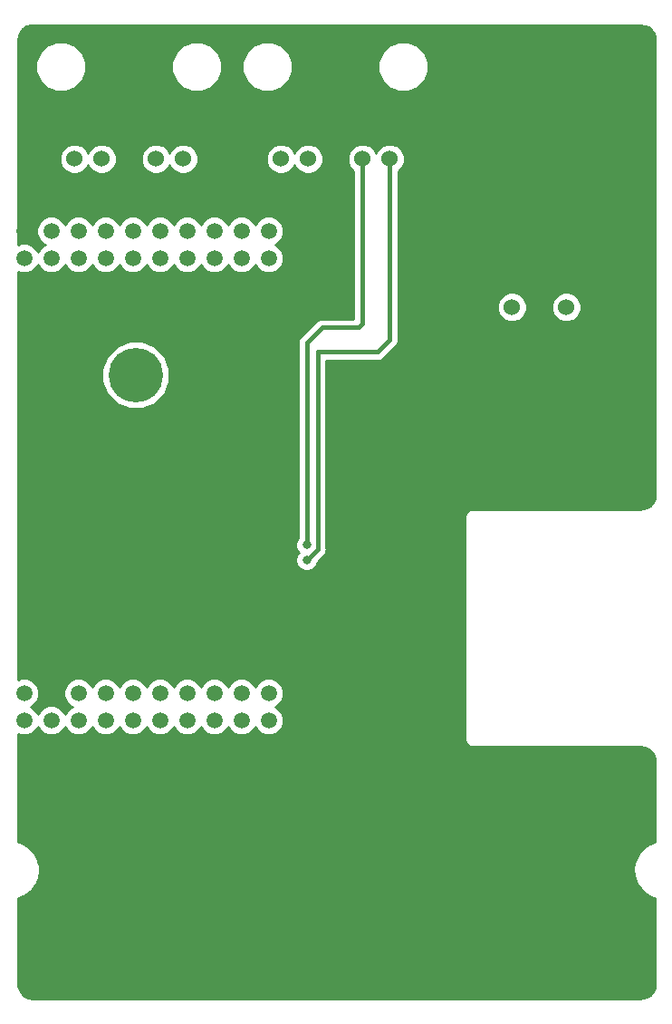
<source format=gbr>
G04 #@! TF.GenerationSoftware,KiCad,Pcbnew,(5.0.0)*
G04 #@! TF.CreationDate,2018-10-03T22:15:18-05:00*
G04 #@! TF.ProjectId,DriveBoard_Hardware,4472697665426F6172645F4861726477,rev?*
G04 #@! TF.SameCoordinates,Original*
G04 #@! TF.FileFunction,Copper,L2,Bot,Signal*
G04 #@! TF.FilePolarity,Positive*
%FSLAX46Y46*%
G04 Gerber Fmt 4.6, Leading zero omitted, Abs format (unit mm)*
G04 Created by KiCad (PCBNEW (5.0.0)) date 10/03/18 22:15:18*
%MOMM*%
%LPD*%
G01*
G04 APERTURE LIST*
G04 #@! TA.AperFunction,ComponentPad*
%ADD10C,5.080000*%
G04 #@! TD*
G04 #@! TA.AperFunction,ComponentPad*
%ADD11C,1.524000*%
G04 #@! TD*
G04 #@! TA.AperFunction,ComponentPad*
%ADD12C,1.520000*%
G04 #@! TD*
G04 #@! TA.AperFunction,ViaPad*
%ADD13C,0.800000*%
G04 #@! TD*
G04 #@! TA.AperFunction,Conductor*
%ADD14C,0.381000*%
G04 #@! TD*
G04 #@! TA.AperFunction,Conductor*
%ADD15C,0.254000*%
G04 #@! TD*
G04 APERTURE END LIST*
D10*
G04 #@! TO.P,Conn1,1*
G04 #@! TO.N,GND*
X84353400Y-93727000D03*
G04 #@! TO.P,Conn1,2*
G04 #@! TO.N,/+12V*
X84353400Y-85726000D03*
G04 #@! TD*
D11*
G04 #@! TO.P,Conn2,1*
G04 #@! TO.N,Net-(Conn2-Pad1)*
X78613000Y-65532000D03*
G04 #@! TO.P,Conn2,2*
G04 #@! TO.N,Net-(Conn2-Pad2)*
X81153000Y-65532000D03*
G04 #@! TO.P,Conn2,3*
G04 #@! TO.N,GND*
X83693000Y-65532000D03*
G04 #@! TO.P,Conn2,4*
G04 #@! TO.N,TX_1_SL*
X86233000Y-65532000D03*
G04 #@! TO.P,Conn2,5*
G04 #@! TO.N,RX_1_SL*
X88773000Y-65532000D03*
G04 #@! TD*
G04 #@! TO.P,Conn3,5*
G04 #@! TO.N,RX_2_SL*
X108077000Y-65532000D03*
G04 #@! TO.P,Conn3,4*
G04 #@! TO.N,TX_2_SL*
X105537000Y-65532000D03*
G04 #@! TO.P,Conn3,3*
G04 #@! TO.N,GND*
X102997000Y-65532000D03*
G04 #@! TO.P,Conn3,2*
G04 #@! TO.N,Net-(Conn3-Pad2)*
X100457000Y-65532000D03*
G04 #@! TO.P,Conn3,1*
G04 #@! TO.N,Net-(Conn3-Pad1)*
X97917000Y-65532000D03*
G04 #@! TD*
D12*
G04 #@! TO.P,U1,+3V3*
G04 #@! TO.N,Net-(U1-Pad+3V3)*
X73914000Y-117983000D03*
G04 #@! TO.P,U1,PM6*
G04 #@! TO.N,Net-(U1-PadPM6)*
X96774000Y-72263000D03*
G04 #@! TO.P,U1,PQ1*
G04 #@! TO.N,Net-(U1-PadPQ1)*
X94234000Y-72263000D03*
G04 #@! TO.P,U1,PQ2*
G04 #@! TO.N,Net-(U1-PadPQ2)*
X86614000Y-72263000D03*
G04 #@! TO.P,U1,PK0*
G04 #@! TO.N,RX_2_IC*
X84074000Y-115443000D03*
G04 #@! TO.P,U1,PQ3*
G04 #@! TO.N,Net-(U1-PadPQ3)*
X89154000Y-72263000D03*
G04 #@! TO.P,U1,PP3*
G04 #@! TO.N,Net-(U1-PadPP3)*
X91694000Y-72263000D03*
G04 #@! TO.P,U1,PQ0*
G04 #@! TO.N,Net-(U1-PadPQ0)*
X89154000Y-117983000D03*
G04 #@! TO.P,U1,PA4*
G04 #@! TO.N,Net-(U1-PadPA4)*
X94234000Y-115443000D03*
G04 #@! TO.P,U1,Rese*
G04 #@! TO.N,Net-(U1-PadRese)*
X84074000Y-72263000D03*
G04 #@! TO.P,U1,PA7*
G04 #@! TO.N,Net-(U1-PadPA7)*
X81534000Y-72263000D03*
G04 #@! TO.P,U1,PN5*
G04 #@! TO.N,Net-(U1-PadPN5)*
X94234000Y-117983000D03*
G04 #@! TO.P,U1,PK2*
G04 #@! TO.N,Net-(U1-PadPK2)*
X89154000Y-115443000D03*
G04 #@! TO.P,U1,PK1*
G04 #@! TO.N,TX_2_IC*
X86614000Y-115443000D03*
G04 #@! TO.P,U1,+5V*
G04 #@! TO.N,+5V*
X73914000Y-115443000D03*
G04 #@! TO.P,U1,GND*
G04 #@! TO.N,GND*
X76454000Y-115443000D03*
G04 #@! TO.P,U1,PB4*
G04 #@! TO.N,Net-(U1-PadPB4)*
X78994000Y-115443000D03*
G04 #@! TO.P,U1,PB5*
G04 #@! TO.N,Net-(U1-PadPB5)*
X81534000Y-115443000D03*
G04 #@! TO.P,U1,PK3*
G04 #@! TO.N,Net-(U1-PadPK3)*
X91694000Y-115443000D03*
G04 #@! TO.P,U1,PA5*
G04 #@! TO.N,Net-(U1-PadPA5)*
X96774000Y-115443000D03*
G04 #@! TO.P,U1,PD2*
G04 #@! TO.N,Net-(U1-PadPD2)*
X76454000Y-117983000D03*
G04 #@! TO.P,U1,PP0*
G04 #@! TO.N,RX_1_IC*
X78994000Y-117983000D03*
G04 #@! TO.P,U1,PP1*
G04 #@! TO.N,TX_1_IC*
X81534000Y-117983000D03*
G04 #@! TO.P,U1,PD4*
G04 #@! TO.N,Net-(U1-PadPD4)*
X84074000Y-117983000D03*
G04 #@! TO.P,U1,PD5*
G04 #@! TO.N,Net-(U1-PadPD5)*
X86614000Y-117983000D03*
G04 #@! TO.P,U1,PP4*
G04 #@! TO.N,Net-(U1-PadPP4)*
X91694000Y-117983000D03*
G04 #@! TO.P,U1,PN4*
G04 #@! TO.N,Net-(U1-PadPN4)*
X96774000Y-117983000D03*
G04 #@! TO.P,U1,PG1*
G04 #@! TO.N,Net-(U1-PadPG1)*
X73914000Y-74803000D03*
G04 #@! TO.P,U1,PK4*
G04 #@! TO.N,Net-(U1-PadPK4)*
X76454000Y-74803000D03*
G04 #@! TO.P,U1,PK5*
G04 #@! TO.N,Net-(U1-PadPK5)*
X78994000Y-74803000D03*
G04 #@! TO.P,U1,PM0*
G04 #@! TO.N,Net-(U1-PadPM0)*
X81534000Y-74803000D03*
G04 #@! TO.P,U1,PM1*
G04 #@! TO.N,Net-(U1-PadPM1)*
X84074000Y-74803000D03*
G04 #@! TO.P,U1,PM2*
G04 #@! TO.N,Net-(U1-PadPM2)*
X86614000Y-74803000D03*
G04 #@! TO.P,U1,PH0*
G04 #@! TO.N,Net-(U1-PadPH0)*
X89154000Y-74803000D03*
G04 #@! TO.P,U1,PH1*
G04 #@! TO.N,Net-(U1-PadPH1)*
X91694000Y-74803000D03*
G04 #@! TO.P,U1,PK6*
G04 #@! TO.N,Net-(U1-PadPK6)*
X94234000Y-74803000D03*
G04 #@! TO.P,U1,PK7*
G04 #@! TO.N,Net-(U1-PadPK7)*
X96774000Y-74803000D03*
G04 #@! TO.P,U1,GND*
G04 #@! TO.N,GND*
X73914000Y-72263000D03*
G04 #@! TO.P,U1,PM7*
G04 #@! TO.N,Net-(U1-PadPM7)*
X76454000Y-72263000D03*
G04 #@! TO.P,U1,PP5*
G04 #@! TO.N,Net-(U1-PadPP5)*
X78994000Y-72263000D03*
G04 #@! TD*
D11*
G04 #@! TO.P,U3,1*
G04 #@! TO.N,/+12V*
X119507000Y-79375000D03*
G04 #@! TO.P,U3,2*
G04 #@! TO.N,GND*
X122047000Y-79375000D03*
G04 #@! TO.P,U3,3*
G04 #@! TO.N,+5V*
X124587000Y-79375000D03*
G04 #@! TD*
D13*
G04 #@! TO.N,GND*
X109670315Y-94742000D03*
X98806000Y-104140000D03*
X98806000Y-92075000D03*
G04 #@! TO.N,RX_2_SL*
X100330000Y-102997000D03*
G04 #@! TO.N,TX_2_SL*
X100330000Y-101600000D03*
G04 #@! TD*
D14*
G04 #@! TO.N,RX_2_SL*
X108077000Y-65532000D02*
X108077000Y-82423000D01*
X106934000Y-83566000D02*
X101346000Y-83566000D01*
X108077000Y-82423000D02*
X106934000Y-83566000D01*
X101346000Y-101981000D02*
X100330000Y-102997000D01*
X101346000Y-83566000D02*
X101346000Y-101981000D01*
G04 #@! TO.N,TX_2_SL*
X105537000Y-80899000D02*
X105156000Y-81280000D01*
X105537000Y-65532000D02*
X105537000Y-80899000D01*
X105156000Y-81280000D02*
X101759959Y-81280000D01*
X100330000Y-82709959D02*
X100330000Y-101600000D01*
X101759959Y-81280000D02*
X100330000Y-82709959D01*
G04 #@! TD*
D15*
G04 #@! TO.N,GND*
G36*
X131941009Y-53094090D02*
X132280352Y-53248381D01*
X132562752Y-53491712D01*
X132765506Y-53804523D01*
X132879348Y-54185184D01*
X132894000Y-54382350D01*
X132894001Y-96850412D01*
X132833910Y-97270009D01*
X132679619Y-97609352D01*
X132436288Y-97891752D01*
X132123479Y-98094506D01*
X131742815Y-98208348D01*
X131545649Y-98223000D01*
X115893925Y-98223000D01*
X115824000Y-98209091D01*
X115754074Y-98223000D01*
X115546972Y-98264195D01*
X115312119Y-98421119D01*
X115155195Y-98655972D01*
X115100091Y-98933000D01*
X115114000Y-99002926D01*
X115114001Y-119691069D01*
X115100091Y-119761000D01*
X115155195Y-120038028D01*
X115312119Y-120272881D01*
X115546972Y-120429805D01*
X115754074Y-120471000D01*
X115754075Y-120471000D01*
X115824000Y-120484909D01*
X115893926Y-120471000D01*
X131521419Y-120471000D01*
X131941009Y-120531090D01*
X132280352Y-120685381D01*
X132562752Y-120928712D01*
X132765506Y-121241523D01*
X132879348Y-121622184D01*
X132894001Y-121819363D01*
X132894000Y-129324760D01*
X132548241Y-129428164D01*
X132460769Y-129468582D01*
X132372806Y-129507929D01*
X132365502Y-129512601D01*
X132365498Y-129512603D01*
X132365499Y-129512603D01*
X131882040Y-129825966D01*
X131809447Y-129889293D01*
X131736045Y-129951763D01*
X131730343Y-129958300D01*
X131354266Y-130394759D01*
X131302347Y-130475942D01*
X131249446Y-130556475D01*
X131245808Y-130564350D01*
X131007347Y-131088817D01*
X130980300Y-131181309D01*
X130952129Y-131273452D01*
X130950847Y-131282031D01*
X130869171Y-131852346D01*
X130869171Y-131924766D01*
X130863362Y-131996963D01*
X130863952Y-132005618D01*
X130886272Y-132305966D01*
X130901826Y-132376711D01*
X130911654Y-132448455D01*
X130914088Y-132456781D01*
X131079164Y-133008758D01*
X131119591Y-133096250D01*
X131158930Y-133184194D01*
X131163603Y-133191501D01*
X131476966Y-133674961D01*
X131540328Y-133747594D01*
X131602763Y-133820955D01*
X131609296Y-133826654D01*
X131609300Y-133826658D01*
X131609305Y-133826661D01*
X132045759Y-134202734D01*
X132126942Y-134254653D01*
X132207475Y-134307554D01*
X132215346Y-134311190D01*
X132215349Y-134311192D01*
X132215352Y-134311193D01*
X132739817Y-134549653D01*
X132832309Y-134576700D01*
X132894001Y-134595561D01*
X132894000Y-142570418D01*
X132833910Y-142990009D01*
X132679619Y-143329352D01*
X132436288Y-143611752D01*
X132123479Y-143814506D01*
X131742815Y-143928348D01*
X131545649Y-143943000D01*
X74726581Y-143943000D01*
X74306991Y-143882910D01*
X73967648Y-143728619D01*
X73685248Y-143485288D01*
X73482494Y-143172479D01*
X73368652Y-142791815D01*
X73354000Y-142594649D01*
X73354000Y-134581239D01*
X73699758Y-134477836D01*
X73787250Y-134437409D01*
X73875194Y-134398070D01*
X73882498Y-134393399D01*
X73882502Y-134393397D01*
X74365961Y-134080034D01*
X74438594Y-134016672D01*
X74511955Y-133954237D01*
X74517654Y-133947704D01*
X74517658Y-133947700D01*
X74517661Y-133947695D01*
X74893734Y-133511241D01*
X74945653Y-133430058D01*
X74998554Y-133349525D01*
X75002192Y-133341650D01*
X75240653Y-132817183D01*
X75267700Y-132724691D01*
X75295871Y-132632548D01*
X75297153Y-132623969D01*
X75378829Y-132053653D01*
X75378829Y-131981233D01*
X75384638Y-131909036D01*
X75384048Y-131900382D01*
X75361728Y-131600033D01*
X75346174Y-131529288D01*
X75336346Y-131457544D01*
X75333912Y-131449219D01*
X75168836Y-130897241D01*
X75128418Y-130809769D01*
X75089071Y-130721806D01*
X75084397Y-130714499D01*
X74771034Y-130231040D01*
X74707707Y-130158447D01*
X74645237Y-130085045D01*
X74638700Y-130079343D01*
X74202241Y-129703266D01*
X74121058Y-129651347D01*
X74040525Y-129598446D01*
X74032654Y-129594810D01*
X74032651Y-129594808D01*
X74032648Y-129594807D01*
X73508183Y-129356347D01*
X73415691Y-129329300D01*
X73354000Y-129310439D01*
X73354000Y-119260978D01*
X73636517Y-119378000D01*
X74191483Y-119378000D01*
X74704204Y-119165624D01*
X75096624Y-118773204D01*
X75184000Y-118562260D01*
X75271376Y-118773204D01*
X75663796Y-119165624D01*
X76176517Y-119378000D01*
X76731483Y-119378000D01*
X77244204Y-119165624D01*
X77636624Y-118773204D01*
X77724000Y-118562260D01*
X77811376Y-118773204D01*
X78203796Y-119165624D01*
X78716517Y-119378000D01*
X79271483Y-119378000D01*
X79784204Y-119165624D01*
X80176624Y-118773204D01*
X80264000Y-118562260D01*
X80351376Y-118773204D01*
X80743796Y-119165624D01*
X81256517Y-119378000D01*
X81811483Y-119378000D01*
X82324204Y-119165624D01*
X82716624Y-118773204D01*
X82804000Y-118562260D01*
X82891376Y-118773204D01*
X83283796Y-119165624D01*
X83796517Y-119378000D01*
X84351483Y-119378000D01*
X84864204Y-119165624D01*
X85256624Y-118773204D01*
X85344000Y-118562260D01*
X85431376Y-118773204D01*
X85823796Y-119165624D01*
X86336517Y-119378000D01*
X86891483Y-119378000D01*
X87404204Y-119165624D01*
X87796624Y-118773204D01*
X87884000Y-118562260D01*
X87971376Y-118773204D01*
X88363796Y-119165624D01*
X88876517Y-119378000D01*
X89431483Y-119378000D01*
X89944204Y-119165624D01*
X90336624Y-118773204D01*
X90424000Y-118562260D01*
X90511376Y-118773204D01*
X90903796Y-119165624D01*
X91416517Y-119378000D01*
X91971483Y-119378000D01*
X92484204Y-119165624D01*
X92876624Y-118773204D01*
X92964000Y-118562260D01*
X93051376Y-118773204D01*
X93443796Y-119165624D01*
X93956517Y-119378000D01*
X94511483Y-119378000D01*
X95024204Y-119165624D01*
X95416624Y-118773204D01*
X95504000Y-118562260D01*
X95591376Y-118773204D01*
X95983796Y-119165624D01*
X96496517Y-119378000D01*
X97051483Y-119378000D01*
X97564204Y-119165624D01*
X97956624Y-118773204D01*
X98169000Y-118260483D01*
X98169000Y-117705517D01*
X97956624Y-117192796D01*
X97564204Y-116800376D01*
X97353260Y-116713000D01*
X97564204Y-116625624D01*
X97956624Y-116233204D01*
X98169000Y-115720483D01*
X98169000Y-115165517D01*
X97956624Y-114652796D01*
X97564204Y-114260376D01*
X97051483Y-114048000D01*
X96496517Y-114048000D01*
X95983796Y-114260376D01*
X95591376Y-114652796D01*
X95504000Y-114863740D01*
X95416624Y-114652796D01*
X95024204Y-114260376D01*
X94511483Y-114048000D01*
X93956517Y-114048000D01*
X93443796Y-114260376D01*
X93051376Y-114652796D01*
X92964000Y-114863740D01*
X92876624Y-114652796D01*
X92484204Y-114260376D01*
X91971483Y-114048000D01*
X91416517Y-114048000D01*
X90903796Y-114260376D01*
X90511376Y-114652796D01*
X90424000Y-114863740D01*
X90336624Y-114652796D01*
X89944204Y-114260376D01*
X89431483Y-114048000D01*
X88876517Y-114048000D01*
X88363796Y-114260376D01*
X87971376Y-114652796D01*
X87884000Y-114863740D01*
X87796624Y-114652796D01*
X87404204Y-114260376D01*
X86891483Y-114048000D01*
X86336517Y-114048000D01*
X85823796Y-114260376D01*
X85431376Y-114652796D01*
X85344000Y-114863740D01*
X85256624Y-114652796D01*
X84864204Y-114260376D01*
X84351483Y-114048000D01*
X83796517Y-114048000D01*
X83283796Y-114260376D01*
X82891376Y-114652796D01*
X82804000Y-114863740D01*
X82716624Y-114652796D01*
X82324204Y-114260376D01*
X81811483Y-114048000D01*
X81256517Y-114048000D01*
X80743796Y-114260376D01*
X80351376Y-114652796D01*
X80264000Y-114863740D01*
X80176624Y-114652796D01*
X79784204Y-114260376D01*
X79271483Y-114048000D01*
X78716517Y-114048000D01*
X78203796Y-114260376D01*
X77811376Y-114652796D01*
X77599000Y-115165517D01*
X77599000Y-115720483D01*
X77811376Y-116233204D01*
X78203796Y-116625624D01*
X78414740Y-116713000D01*
X78203796Y-116800376D01*
X77811376Y-117192796D01*
X77724000Y-117403740D01*
X77636624Y-117192796D01*
X77244204Y-116800376D01*
X76731483Y-116588000D01*
X76176517Y-116588000D01*
X75663796Y-116800376D01*
X75271376Y-117192796D01*
X75184000Y-117403740D01*
X75096624Y-117192796D01*
X74704204Y-116800376D01*
X74493260Y-116713000D01*
X74704204Y-116625624D01*
X75096624Y-116233204D01*
X75309000Y-115720483D01*
X75309000Y-115165517D01*
X75096624Y-114652796D01*
X74704204Y-114260376D01*
X74191483Y-114048000D01*
X73636517Y-114048000D01*
X73354000Y-114165022D01*
X73354000Y-101394126D01*
X99295000Y-101394126D01*
X99295000Y-101805874D01*
X99452569Y-102186280D01*
X99564789Y-102298500D01*
X99452569Y-102410720D01*
X99295000Y-102791126D01*
X99295000Y-103202874D01*
X99452569Y-103583280D01*
X99743720Y-103874431D01*
X100124126Y-104032000D01*
X100535874Y-104032000D01*
X100916280Y-103874431D01*
X101207431Y-103583280D01*
X101365000Y-103202874D01*
X101365000Y-103129432D01*
X101872226Y-102622207D01*
X101941152Y-102576152D01*
X102123604Y-102303094D01*
X102171500Y-102062303D01*
X102171500Y-102062302D01*
X102187672Y-101981000D01*
X102171500Y-101899699D01*
X102171500Y-84391500D01*
X106852699Y-84391500D01*
X106934000Y-84407672D01*
X107015301Y-84391500D01*
X107015303Y-84391500D01*
X107256094Y-84343604D01*
X107529152Y-84161152D01*
X107575209Y-84092223D01*
X108603226Y-83064207D01*
X108672152Y-83018152D01*
X108854604Y-82745094D01*
X108902500Y-82504303D01*
X108902500Y-82504299D01*
X108918671Y-82423001D01*
X108902500Y-82341703D01*
X108902500Y-79097119D01*
X118110000Y-79097119D01*
X118110000Y-79652881D01*
X118322680Y-80166337D01*
X118715663Y-80559320D01*
X119229119Y-80772000D01*
X119784881Y-80772000D01*
X120298337Y-80559320D01*
X120691320Y-80166337D01*
X120904000Y-79652881D01*
X120904000Y-79097119D01*
X123190000Y-79097119D01*
X123190000Y-79652881D01*
X123402680Y-80166337D01*
X123795663Y-80559320D01*
X124309119Y-80772000D01*
X124864881Y-80772000D01*
X125378337Y-80559320D01*
X125771320Y-80166337D01*
X125984000Y-79652881D01*
X125984000Y-79097119D01*
X125771320Y-78583663D01*
X125378337Y-78190680D01*
X124864881Y-77978000D01*
X124309119Y-77978000D01*
X123795663Y-78190680D01*
X123402680Y-78583663D01*
X123190000Y-79097119D01*
X120904000Y-79097119D01*
X120691320Y-78583663D01*
X120298337Y-78190680D01*
X119784881Y-77978000D01*
X119229119Y-77978000D01*
X118715663Y-78190680D01*
X118322680Y-78583663D01*
X118110000Y-79097119D01*
X108902500Y-79097119D01*
X108902500Y-66682157D01*
X109261320Y-66323337D01*
X109474000Y-65809881D01*
X109474000Y-65254119D01*
X109261320Y-64740663D01*
X108868337Y-64347680D01*
X108354881Y-64135000D01*
X107799119Y-64135000D01*
X107285663Y-64347680D01*
X106892680Y-64740663D01*
X106807000Y-64947513D01*
X106721320Y-64740663D01*
X106328337Y-64347680D01*
X105814881Y-64135000D01*
X105259119Y-64135000D01*
X104745663Y-64347680D01*
X104352680Y-64740663D01*
X104140000Y-65254119D01*
X104140000Y-65809881D01*
X104352680Y-66323337D01*
X104711500Y-66682157D01*
X104711501Y-80454500D01*
X101841256Y-80454500D01*
X101759958Y-80438329D01*
X101678660Y-80454500D01*
X101678656Y-80454500D01*
X101437865Y-80502396D01*
X101336290Y-80570267D01*
X101233731Y-80638794D01*
X101233730Y-80638795D01*
X101164807Y-80684848D01*
X101118754Y-80753771D01*
X99803777Y-82068750D01*
X99734848Y-82114807D01*
X99552396Y-82387866D01*
X99519947Y-82551000D01*
X99488328Y-82709959D01*
X99504500Y-82791261D01*
X99504501Y-100961788D01*
X99452569Y-101013720D01*
X99295000Y-101394126D01*
X73354000Y-101394126D01*
X73354000Y-85094453D01*
X81178400Y-85094453D01*
X81178400Y-86357547D01*
X81661765Y-87524493D01*
X82554907Y-88417635D01*
X83721853Y-88901000D01*
X84984947Y-88901000D01*
X86151893Y-88417635D01*
X87045035Y-87524493D01*
X87528400Y-86357547D01*
X87528400Y-85094453D01*
X87045035Y-83927507D01*
X86151893Y-83034365D01*
X84984947Y-82551000D01*
X83721853Y-82551000D01*
X82554907Y-83034365D01*
X81661765Y-83927507D01*
X81178400Y-85094453D01*
X73354000Y-85094453D01*
X73354000Y-76080978D01*
X73636517Y-76198000D01*
X74191483Y-76198000D01*
X74704204Y-75985624D01*
X75096624Y-75593204D01*
X75184000Y-75382260D01*
X75271376Y-75593204D01*
X75663796Y-75985624D01*
X76176517Y-76198000D01*
X76731483Y-76198000D01*
X77244204Y-75985624D01*
X77636624Y-75593204D01*
X77724000Y-75382260D01*
X77811376Y-75593204D01*
X78203796Y-75985624D01*
X78716517Y-76198000D01*
X79271483Y-76198000D01*
X79784204Y-75985624D01*
X80176624Y-75593204D01*
X80264000Y-75382260D01*
X80351376Y-75593204D01*
X80743796Y-75985624D01*
X81256517Y-76198000D01*
X81811483Y-76198000D01*
X82324204Y-75985624D01*
X82716624Y-75593204D01*
X82804000Y-75382260D01*
X82891376Y-75593204D01*
X83283796Y-75985624D01*
X83796517Y-76198000D01*
X84351483Y-76198000D01*
X84864204Y-75985624D01*
X85256624Y-75593204D01*
X85344000Y-75382260D01*
X85431376Y-75593204D01*
X85823796Y-75985624D01*
X86336517Y-76198000D01*
X86891483Y-76198000D01*
X87404204Y-75985624D01*
X87796624Y-75593204D01*
X87884000Y-75382260D01*
X87971376Y-75593204D01*
X88363796Y-75985624D01*
X88876517Y-76198000D01*
X89431483Y-76198000D01*
X89944204Y-75985624D01*
X90336624Y-75593204D01*
X90424000Y-75382260D01*
X90511376Y-75593204D01*
X90903796Y-75985624D01*
X91416517Y-76198000D01*
X91971483Y-76198000D01*
X92484204Y-75985624D01*
X92876624Y-75593204D01*
X92964000Y-75382260D01*
X93051376Y-75593204D01*
X93443796Y-75985624D01*
X93956517Y-76198000D01*
X94511483Y-76198000D01*
X95024204Y-75985624D01*
X95416624Y-75593204D01*
X95504000Y-75382260D01*
X95591376Y-75593204D01*
X95983796Y-75985624D01*
X96496517Y-76198000D01*
X97051483Y-76198000D01*
X97564204Y-75985624D01*
X97956624Y-75593204D01*
X98169000Y-75080483D01*
X98169000Y-74525517D01*
X97956624Y-74012796D01*
X97564204Y-73620376D01*
X97353260Y-73533000D01*
X97564204Y-73445624D01*
X97956624Y-73053204D01*
X98169000Y-72540483D01*
X98169000Y-71985517D01*
X97956624Y-71472796D01*
X97564204Y-71080376D01*
X97051483Y-70868000D01*
X96496517Y-70868000D01*
X95983796Y-71080376D01*
X95591376Y-71472796D01*
X95504000Y-71683740D01*
X95416624Y-71472796D01*
X95024204Y-71080376D01*
X94511483Y-70868000D01*
X93956517Y-70868000D01*
X93443796Y-71080376D01*
X93051376Y-71472796D01*
X92964000Y-71683740D01*
X92876624Y-71472796D01*
X92484204Y-71080376D01*
X91971483Y-70868000D01*
X91416517Y-70868000D01*
X90903796Y-71080376D01*
X90511376Y-71472796D01*
X90424000Y-71683740D01*
X90336624Y-71472796D01*
X89944204Y-71080376D01*
X89431483Y-70868000D01*
X88876517Y-70868000D01*
X88363796Y-71080376D01*
X87971376Y-71472796D01*
X87884000Y-71683740D01*
X87796624Y-71472796D01*
X87404204Y-71080376D01*
X86891483Y-70868000D01*
X86336517Y-70868000D01*
X85823796Y-71080376D01*
X85431376Y-71472796D01*
X85344000Y-71683740D01*
X85256624Y-71472796D01*
X84864204Y-71080376D01*
X84351483Y-70868000D01*
X83796517Y-70868000D01*
X83283796Y-71080376D01*
X82891376Y-71472796D01*
X82804000Y-71683740D01*
X82716624Y-71472796D01*
X82324204Y-71080376D01*
X81811483Y-70868000D01*
X81256517Y-70868000D01*
X80743796Y-71080376D01*
X80351376Y-71472796D01*
X80264000Y-71683740D01*
X80176624Y-71472796D01*
X79784204Y-71080376D01*
X79271483Y-70868000D01*
X78716517Y-70868000D01*
X78203796Y-71080376D01*
X77811376Y-71472796D01*
X77724000Y-71683740D01*
X77636624Y-71472796D01*
X77244204Y-71080376D01*
X76731483Y-70868000D01*
X76176517Y-70868000D01*
X75663796Y-71080376D01*
X75271376Y-71472796D01*
X75059000Y-71985517D01*
X75059000Y-72540483D01*
X75271376Y-73053204D01*
X75663796Y-73445624D01*
X75874740Y-73533000D01*
X75663796Y-73620376D01*
X75271376Y-74012796D01*
X75184000Y-74223740D01*
X75096624Y-74012796D01*
X74704204Y-73620376D01*
X74191483Y-73408000D01*
X73636517Y-73408000D01*
X73354000Y-73525022D01*
X73354000Y-65254119D01*
X77216000Y-65254119D01*
X77216000Y-65809881D01*
X77428680Y-66323337D01*
X77821663Y-66716320D01*
X78335119Y-66929000D01*
X78890881Y-66929000D01*
X79404337Y-66716320D01*
X79797320Y-66323337D01*
X79883000Y-66116487D01*
X79968680Y-66323337D01*
X80361663Y-66716320D01*
X80875119Y-66929000D01*
X81430881Y-66929000D01*
X81944337Y-66716320D01*
X82337320Y-66323337D01*
X82550000Y-65809881D01*
X82550000Y-65254119D01*
X84836000Y-65254119D01*
X84836000Y-65809881D01*
X85048680Y-66323337D01*
X85441663Y-66716320D01*
X85955119Y-66929000D01*
X86510881Y-66929000D01*
X87024337Y-66716320D01*
X87417320Y-66323337D01*
X87503000Y-66116487D01*
X87588680Y-66323337D01*
X87981663Y-66716320D01*
X88495119Y-66929000D01*
X89050881Y-66929000D01*
X89564337Y-66716320D01*
X89957320Y-66323337D01*
X90170000Y-65809881D01*
X90170000Y-65254119D01*
X96520000Y-65254119D01*
X96520000Y-65809881D01*
X96732680Y-66323337D01*
X97125663Y-66716320D01*
X97639119Y-66929000D01*
X98194881Y-66929000D01*
X98708337Y-66716320D01*
X99101320Y-66323337D01*
X99187000Y-66116487D01*
X99272680Y-66323337D01*
X99665663Y-66716320D01*
X100179119Y-66929000D01*
X100734881Y-66929000D01*
X101248337Y-66716320D01*
X101641320Y-66323337D01*
X101854000Y-65809881D01*
X101854000Y-65254119D01*
X101641320Y-64740663D01*
X101248337Y-64347680D01*
X100734881Y-64135000D01*
X100179119Y-64135000D01*
X99665663Y-64347680D01*
X99272680Y-64740663D01*
X99187000Y-64947513D01*
X99101320Y-64740663D01*
X98708337Y-64347680D01*
X98194881Y-64135000D01*
X97639119Y-64135000D01*
X97125663Y-64347680D01*
X96732680Y-64740663D01*
X96520000Y-65254119D01*
X90170000Y-65254119D01*
X89957320Y-64740663D01*
X89564337Y-64347680D01*
X89050881Y-64135000D01*
X88495119Y-64135000D01*
X87981663Y-64347680D01*
X87588680Y-64740663D01*
X87503000Y-64947513D01*
X87417320Y-64740663D01*
X87024337Y-64347680D01*
X86510881Y-64135000D01*
X85955119Y-64135000D01*
X85441663Y-64347680D01*
X85048680Y-64740663D01*
X84836000Y-65254119D01*
X82550000Y-65254119D01*
X82337320Y-64740663D01*
X81944337Y-64347680D01*
X81430881Y-64135000D01*
X80875119Y-64135000D01*
X80361663Y-64347680D01*
X79968680Y-64740663D01*
X79883000Y-64947513D01*
X79797320Y-64740663D01*
X79404337Y-64347680D01*
X78890881Y-64135000D01*
X78335119Y-64135000D01*
X77821663Y-64347680D01*
X77428680Y-64740663D01*
X77216000Y-65254119D01*
X73354000Y-65254119D01*
X73354000Y-56426567D01*
X74983000Y-56426567D01*
X74983000Y-57365433D01*
X75342289Y-58232833D01*
X76006167Y-58896711D01*
X76873567Y-59256000D01*
X77812433Y-59256000D01*
X78679833Y-58896711D01*
X79343711Y-58232833D01*
X79703000Y-57365433D01*
X79703000Y-56426567D01*
X87683000Y-56426567D01*
X87683000Y-57365433D01*
X88042289Y-58232833D01*
X88706167Y-58896711D01*
X89573567Y-59256000D01*
X90512433Y-59256000D01*
X91379833Y-58896711D01*
X92043711Y-58232833D01*
X92403000Y-57365433D01*
X92403000Y-56426567D01*
X94287000Y-56426567D01*
X94287000Y-57365433D01*
X94646289Y-58232833D01*
X95310167Y-58896711D01*
X96177567Y-59256000D01*
X97116433Y-59256000D01*
X97983833Y-58896711D01*
X98647711Y-58232833D01*
X99007000Y-57365433D01*
X99007000Y-56426567D01*
X106987000Y-56426567D01*
X106987000Y-57365433D01*
X107346289Y-58232833D01*
X108010167Y-58896711D01*
X108877567Y-59256000D01*
X109816433Y-59256000D01*
X110683833Y-58896711D01*
X111347711Y-58232833D01*
X111707000Y-57365433D01*
X111707000Y-56426567D01*
X111347711Y-55559167D01*
X110683833Y-54895289D01*
X109816433Y-54536000D01*
X108877567Y-54536000D01*
X108010167Y-54895289D01*
X107346289Y-55559167D01*
X106987000Y-56426567D01*
X99007000Y-56426567D01*
X98647711Y-55559167D01*
X97983833Y-54895289D01*
X97116433Y-54536000D01*
X96177567Y-54536000D01*
X95310167Y-54895289D01*
X94646289Y-55559167D01*
X94287000Y-56426567D01*
X92403000Y-56426567D01*
X92043711Y-55559167D01*
X91379833Y-54895289D01*
X90512433Y-54536000D01*
X89573567Y-54536000D01*
X88706167Y-54895289D01*
X88042289Y-55559167D01*
X87683000Y-56426567D01*
X79703000Y-56426567D01*
X79343711Y-55559167D01*
X78679833Y-54895289D01*
X77812433Y-54536000D01*
X76873567Y-54536000D01*
X76006167Y-54895289D01*
X75342289Y-55559167D01*
X74983000Y-56426567D01*
X73354000Y-56426567D01*
X73354000Y-54406581D01*
X73414090Y-53986991D01*
X73568381Y-53647648D01*
X73811712Y-53365248D01*
X74124523Y-53162494D01*
X74505184Y-53048652D01*
X74702350Y-53034000D01*
X131521419Y-53034000D01*
X131941009Y-53094090D01*
X131941009Y-53094090D01*
G37*
X131941009Y-53094090D02*
X132280352Y-53248381D01*
X132562752Y-53491712D01*
X132765506Y-53804523D01*
X132879348Y-54185184D01*
X132894000Y-54382350D01*
X132894001Y-96850412D01*
X132833910Y-97270009D01*
X132679619Y-97609352D01*
X132436288Y-97891752D01*
X132123479Y-98094506D01*
X131742815Y-98208348D01*
X131545649Y-98223000D01*
X115893925Y-98223000D01*
X115824000Y-98209091D01*
X115754074Y-98223000D01*
X115546972Y-98264195D01*
X115312119Y-98421119D01*
X115155195Y-98655972D01*
X115100091Y-98933000D01*
X115114000Y-99002926D01*
X115114001Y-119691069D01*
X115100091Y-119761000D01*
X115155195Y-120038028D01*
X115312119Y-120272881D01*
X115546972Y-120429805D01*
X115754074Y-120471000D01*
X115754075Y-120471000D01*
X115824000Y-120484909D01*
X115893926Y-120471000D01*
X131521419Y-120471000D01*
X131941009Y-120531090D01*
X132280352Y-120685381D01*
X132562752Y-120928712D01*
X132765506Y-121241523D01*
X132879348Y-121622184D01*
X132894001Y-121819363D01*
X132894000Y-129324760D01*
X132548241Y-129428164D01*
X132460769Y-129468582D01*
X132372806Y-129507929D01*
X132365502Y-129512601D01*
X132365498Y-129512603D01*
X132365499Y-129512603D01*
X131882040Y-129825966D01*
X131809447Y-129889293D01*
X131736045Y-129951763D01*
X131730343Y-129958300D01*
X131354266Y-130394759D01*
X131302347Y-130475942D01*
X131249446Y-130556475D01*
X131245808Y-130564350D01*
X131007347Y-131088817D01*
X130980300Y-131181309D01*
X130952129Y-131273452D01*
X130950847Y-131282031D01*
X130869171Y-131852346D01*
X130869171Y-131924766D01*
X130863362Y-131996963D01*
X130863952Y-132005618D01*
X130886272Y-132305966D01*
X130901826Y-132376711D01*
X130911654Y-132448455D01*
X130914088Y-132456781D01*
X131079164Y-133008758D01*
X131119591Y-133096250D01*
X131158930Y-133184194D01*
X131163603Y-133191501D01*
X131476966Y-133674961D01*
X131540328Y-133747594D01*
X131602763Y-133820955D01*
X131609296Y-133826654D01*
X131609300Y-133826658D01*
X131609305Y-133826661D01*
X132045759Y-134202734D01*
X132126942Y-134254653D01*
X132207475Y-134307554D01*
X132215346Y-134311190D01*
X132215349Y-134311192D01*
X132215352Y-134311193D01*
X132739817Y-134549653D01*
X132832309Y-134576700D01*
X132894001Y-134595561D01*
X132894000Y-142570418D01*
X132833910Y-142990009D01*
X132679619Y-143329352D01*
X132436288Y-143611752D01*
X132123479Y-143814506D01*
X131742815Y-143928348D01*
X131545649Y-143943000D01*
X74726581Y-143943000D01*
X74306991Y-143882910D01*
X73967648Y-143728619D01*
X73685248Y-143485288D01*
X73482494Y-143172479D01*
X73368652Y-142791815D01*
X73354000Y-142594649D01*
X73354000Y-134581239D01*
X73699758Y-134477836D01*
X73787250Y-134437409D01*
X73875194Y-134398070D01*
X73882498Y-134393399D01*
X73882502Y-134393397D01*
X74365961Y-134080034D01*
X74438594Y-134016672D01*
X74511955Y-133954237D01*
X74517654Y-133947704D01*
X74517658Y-133947700D01*
X74517661Y-133947695D01*
X74893734Y-133511241D01*
X74945653Y-133430058D01*
X74998554Y-133349525D01*
X75002192Y-133341650D01*
X75240653Y-132817183D01*
X75267700Y-132724691D01*
X75295871Y-132632548D01*
X75297153Y-132623969D01*
X75378829Y-132053653D01*
X75378829Y-131981233D01*
X75384638Y-131909036D01*
X75384048Y-131900382D01*
X75361728Y-131600033D01*
X75346174Y-131529288D01*
X75336346Y-131457544D01*
X75333912Y-131449219D01*
X75168836Y-130897241D01*
X75128418Y-130809769D01*
X75089071Y-130721806D01*
X75084397Y-130714499D01*
X74771034Y-130231040D01*
X74707707Y-130158447D01*
X74645237Y-130085045D01*
X74638700Y-130079343D01*
X74202241Y-129703266D01*
X74121058Y-129651347D01*
X74040525Y-129598446D01*
X74032654Y-129594810D01*
X74032651Y-129594808D01*
X74032648Y-129594807D01*
X73508183Y-129356347D01*
X73415691Y-129329300D01*
X73354000Y-129310439D01*
X73354000Y-119260978D01*
X73636517Y-119378000D01*
X74191483Y-119378000D01*
X74704204Y-119165624D01*
X75096624Y-118773204D01*
X75184000Y-118562260D01*
X75271376Y-118773204D01*
X75663796Y-119165624D01*
X76176517Y-119378000D01*
X76731483Y-119378000D01*
X77244204Y-119165624D01*
X77636624Y-118773204D01*
X77724000Y-118562260D01*
X77811376Y-118773204D01*
X78203796Y-119165624D01*
X78716517Y-119378000D01*
X79271483Y-119378000D01*
X79784204Y-119165624D01*
X80176624Y-118773204D01*
X80264000Y-118562260D01*
X80351376Y-118773204D01*
X80743796Y-119165624D01*
X81256517Y-119378000D01*
X81811483Y-119378000D01*
X82324204Y-119165624D01*
X82716624Y-118773204D01*
X82804000Y-118562260D01*
X82891376Y-118773204D01*
X83283796Y-119165624D01*
X83796517Y-119378000D01*
X84351483Y-119378000D01*
X84864204Y-119165624D01*
X85256624Y-118773204D01*
X85344000Y-118562260D01*
X85431376Y-118773204D01*
X85823796Y-119165624D01*
X86336517Y-119378000D01*
X86891483Y-119378000D01*
X87404204Y-119165624D01*
X87796624Y-118773204D01*
X87884000Y-118562260D01*
X87971376Y-118773204D01*
X88363796Y-119165624D01*
X88876517Y-119378000D01*
X89431483Y-119378000D01*
X89944204Y-119165624D01*
X90336624Y-118773204D01*
X90424000Y-118562260D01*
X90511376Y-118773204D01*
X90903796Y-119165624D01*
X91416517Y-119378000D01*
X91971483Y-119378000D01*
X92484204Y-119165624D01*
X92876624Y-118773204D01*
X92964000Y-118562260D01*
X93051376Y-118773204D01*
X93443796Y-119165624D01*
X93956517Y-119378000D01*
X94511483Y-119378000D01*
X95024204Y-119165624D01*
X95416624Y-118773204D01*
X95504000Y-118562260D01*
X95591376Y-118773204D01*
X95983796Y-119165624D01*
X96496517Y-119378000D01*
X97051483Y-119378000D01*
X97564204Y-119165624D01*
X97956624Y-118773204D01*
X98169000Y-118260483D01*
X98169000Y-117705517D01*
X97956624Y-117192796D01*
X97564204Y-116800376D01*
X97353260Y-116713000D01*
X97564204Y-116625624D01*
X97956624Y-116233204D01*
X98169000Y-115720483D01*
X98169000Y-115165517D01*
X97956624Y-114652796D01*
X97564204Y-114260376D01*
X97051483Y-114048000D01*
X96496517Y-114048000D01*
X95983796Y-114260376D01*
X95591376Y-114652796D01*
X95504000Y-114863740D01*
X95416624Y-114652796D01*
X95024204Y-114260376D01*
X94511483Y-114048000D01*
X93956517Y-114048000D01*
X93443796Y-114260376D01*
X93051376Y-114652796D01*
X92964000Y-114863740D01*
X92876624Y-114652796D01*
X92484204Y-114260376D01*
X91971483Y-114048000D01*
X91416517Y-114048000D01*
X90903796Y-114260376D01*
X90511376Y-114652796D01*
X90424000Y-114863740D01*
X90336624Y-114652796D01*
X89944204Y-114260376D01*
X89431483Y-114048000D01*
X88876517Y-114048000D01*
X88363796Y-114260376D01*
X87971376Y-114652796D01*
X87884000Y-114863740D01*
X87796624Y-114652796D01*
X87404204Y-114260376D01*
X86891483Y-114048000D01*
X86336517Y-114048000D01*
X85823796Y-114260376D01*
X85431376Y-114652796D01*
X85344000Y-114863740D01*
X85256624Y-114652796D01*
X84864204Y-114260376D01*
X84351483Y-114048000D01*
X83796517Y-114048000D01*
X83283796Y-114260376D01*
X82891376Y-114652796D01*
X82804000Y-114863740D01*
X82716624Y-114652796D01*
X82324204Y-114260376D01*
X81811483Y-114048000D01*
X81256517Y-114048000D01*
X80743796Y-114260376D01*
X80351376Y-114652796D01*
X80264000Y-114863740D01*
X80176624Y-114652796D01*
X79784204Y-114260376D01*
X79271483Y-114048000D01*
X78716517Y-114048000D01*
X78203796Y-114260376D01*
X77811376Y-114652796D01*
X77599000Y-115165517D01*
X77599000Y-115720483D01*
X77811376Y-116233204D01*
X78203796Y-116625624D01*
X78414740Y-116713000D01*
X78203796Y-116800376D01*
X77811376Y-117192796D01*
X77724000Y-117403740D01*
X77636624Y-117192796D01*
X77244204Y-116800376D01*
X76731483Y-116588000D01*
X76176517Y-116588000D01*
X75663796Y-116800376D01*
X75271376Y-117192796D01*
X75184000Y-117403740D01*
X75096624Y-117192796D01*
X74704204Y-116800376D01*
X74493260Y-116713000D01*
X74704204Y-116625624D01*
X75096624Y-116233204D01*
X75309000Y-115720483D01*
X75309000Y-115165517D01*
X75096624Y-114652796D01*
X74704204Y-114260376D01*
X74191483Y-114048000D01*
X73636517Y-114048000D01*
X73354000Y-114165022D01*
X73354000Y-101394126D01*
X99295000Y-101394126D01*
X99295000Y-101805874D01*
X99452569Y-102186280D01*
X99564789Y-102298500D01*
X99452569Y-102410720D01*
X99295000Y-102791126D01*
X99295000Y-103202874D01*
X99452569Y-103583280D01*
X99743720Y-103874431D01*
X100124126Y-104032000D01*
X100535874Y-104032000D01*
X100916280Y-103874431D01*
X101207431Y-103583280D01*
X101365000Y-103202874D01*
X101365000Y-103129432D01*
X101872226Y-102622207D01*
X101941152Y-102576152D01*
X102123604Y-102303094D01*
X102171500Y-102062303D01*
X102171500Y-102062302D01*
X102187672Y-101981000D01*
X102171500Y-101899699D01*
X102171500Y-84391500D01*
X106852699Y-84391500D01*
X106934000Y-84407672D01*
X107015301Y-84391500D01*
X107015303Y-84391500D01*
X107256094Y-84343604D01*
X107529152Y-84161152D01*
X107575209Y-84092223D01*
X108603226Y-83064207D01*
X108672152Y-83018152D01*
X108854604Y-82745094D01*
X108902500Y-82504303D01*
X108902500Y-82504299D01*
X108918671Y-82423001D01*
X108902500Y-82341703D01*
X108902500Y-79097119D01*
X118110000Y-79097119D01*
X118110000Y-79652881D01*
X118322680Y-80166337D01*
X118715663Y-80559320D01*
X119229119Y-80772000D01*
X119784881Y-80772000D01*
X120298337Y-80559320D01*
X120691320Y-80166337D01*
X120904000Y-79652881D01*
X120904000Y-79097119D01*
X123190000Y-79097119D01*
X123190000Y-79652881D01*
X123402680Y-80166337D01*
X123795663Y-80559320D01*
X124309119Y-80772000D01*
X124864881Y-80772000D01*
X125378337Y-80559320D01*
X125771320Y-80166337D01*
X125984000Y-79652881D01*
X125984000Y-79097119D01*
X125771320Y-78583663D01*
X125378337Y-78190680D01*
X124864881Y-77978000D01*
X124309119Y-77978000D01*
X123795663Y-78190680D01*
X123402680Y-78583663D01*
X123190000Y-79097119D01*
X120904000Y-79097119D01*
X120691320Y-78583663D01*
X120298337Y-78190680D01*
X119784881Y-77978000D01*
X119229119Y-77978000D01*
X118715663Y-78190680D01*
X118322680Y-78583663D01*
X118110000Y-79097119D01*
X108902500Y-79097119D01*
X108902500Y-66682157D01*
X109261320Y-66323337D01*
X109474000Y-65809881D01*
X109474000Y-65254119D01*
X109261320Y-64740663D01*
X108868337Y-64347680D01*
X108354881Y-64135000D01*
X107799119Y-64135000D01*
X107285663Y-64347680D01*
X106892680Y-64740663D01*
X106807000Y-64947513D01*
X106721320Y-64740663D01*
X106328337Y-64347680D01*
X105814881Y-64135000D01*
X105259119Y-64135000D01*
X104745663Y-64347680D01*
X104352680Y-64740663D01*
X104140000Y-65254119D01*
X104140000Y-65809881D01*
X104352680Y-66323337D01*
X104711500Y-66682157D01*
X104711501Y-80454500D01*
X101841256Y-80454500D01*
X101759958Y-80438329D01*
X101678660Y-80454500D01*
X101678656Y-80454500D01*
X101437865Y-80502396D01*
X101336290Y-80570267D01*
X101233731Y-80638794D01*
X101233730Y-80638795D01*
X101164807Y-80684848D01*
X101118754Y-80753771D01*
X99803777Y-82068750D01*
X99734848Y-82114807D01*
X99552396Y-82387866D01*
X99519947Y-82551000D01*
X99488328Y-82709959D01*
X99504500Y-82791261D01*
X99504501Y-100961788D01*
X99452569Y-101013720D01*
X99295000Y-101394126D01*
X73354000Y-101394126D01*
X73354000Y-85094453D01*
X81178400Y-85094453D01*
X81178400Y-86357547D01*
X81661765Y-87524493D01*
X82554907Y-88417635D01*
X83721853Y-88901000D01*
X84984947Y-88901000D01*
X86151893Y-88417635D01*
X87045035Y-87524493D01*
X87528400Y-86357547D01*
X87528400Y-85094453D01*
X87045035Y-83927507D01*
X86151893Y-83034365D01*
X84984947Y-82551000D01*
X83721853Y-82551000D01*
X82554907Y-83034365D01*
X81661765Y-83927507D01*
X81178400Y-85094453D01*
X73354000Y-85094453D01*
X73354000Y-76080978D01*
X73636517Y-76198000D01*
X74191483Y-76198000D01*
X74704204Y-75985624D01*
X75096624Y-75593204D01*
X75184000Y-75382260D01*
X75271376Y-75593204D01*
X75663796Y-75985624D01*
X76176517Y-76198000D01*
X76731483Y-76198000D01*
X77244204Y-75985624D01*
X77636624Y-75593204D01*
X77724000Y-75382260D01*
X77811376Y-75593204D01*
X78203796Y-75985624D01*
X78716517Y-76198000D01*
X79271483Y-76198000D01*
X79784204Y-75985624D01*
X80176624Y-75593204D01*
X80264000Y-75382260D01*
X80351376Y-75593204D01*
X80743796Y-75985624D01*
X81256517Y-76198000D01*
X81811483Y-76198000D01*
X82324204Y-75985624D01*
X82716624Y-75593204D01*
X82804000Y-75382260D01*
X82891376Y-75593204D01*
X83283796Y-75985624D01*
X83796517Y-76198000D01*
X84351483Y-76198000D01*
X84864204Y-75985624D01*
X85256624Y-75593204D01*
X85344000Y-75382260D01*
X85431376Y-75593204D01*
X85823796Y-75985624D01*
X86336517Y-76198000D01*
X86891483Y-76198000D01*
X87404204Y-75985624D01*
X87796624Y-75593204D01*
X87884000Y-75382260D01*
X87971376Y-75593204D01*
X88363796Y-75985624D01*
X88876517Y-76198000D01*
X89431483Y-76198000D01*
X89944204Y-75985624D01*
X90336624Y-75593204D01*
X90424000Y-75382260D01*
X90511376Y-75593204D01*
X90903796Y-75985624D01*
X91416517Y-76198000D01*
X91971483Y-76198000D01*
X92484204Y-75985624D01*
X92876624Y-75593204D01*
X92964000Y-75382260D01*
X93051376Y-75593204D01*
X93443796Y-75985624D01*
X93956517Y-76198000D01*
X94511483Y-76198000D01*
X95024204Y-75985624D01*
X95416624Y-75593204D01*
X95504000Y-75382260D01*
X95591376Y-75593204D01*
X95983796Y-75985624D01*
X96496517Y-76198000D01*
X97051483Y-76198000D01*
X97564204Y-75985624D01*
X97956624Y-75593204D01*
X98169000Y-75080483D01*
X98169000Y-74525517D01*
X97956624Y-74012796D01*
X97564204Y-73620376D01*
X97353260Y-73533000D01*
X97564204Y-73445624D01*
X97956624Y-73053204D01*
X98169000Y-72540483D01*
X98169000Y-71985517D01*
X97956624Y-71472796D01*
X97564204Y-71080376D01*
X97051483Y-70868000D01*
X96496517Y-70868000D01*
X95983796Y-71080376D01*
X95591376Y-71472796D01*
X95504000Y-71683740D01*
X95416624Y-71472796D01*
X95024204Y-71080376D01*
X94511483Y-70868000D01*
X93956517Y-70868000D01*
X93443796Y-71080376D01*
X93051376Y-71472796D01*
X92964000Y-71683740D01*
X92876624Y-71472796D01*
X92484204Y-71080376D01*
X91971483Y-70868000D01*
X91416517Y-70868000D01*
X90903796Y-71080376D01*
X90511376Y-71472796D01*
X90424000Y-71683740D01*
X90336624Y-71472796D01*
X89944204Y-71080376D01*
X89431483Y-70868000D01*
X88876517Y-70868000D01*
X88363796Y-71080376D01*
X87971376Y-71472796D01*
X87884000Y-71683740D01*
X87796624Y-71472796D01*
X87404204Y-71080376D01*
X86891483Y-70868000D01*
X86336517Y-70868000D01*
X85823796Y-71080376D01*
X85431376Y-71472796D01*
X85344000Y-71683740D01*
X85256624Y-71472796D01*
X84864204Y-71080376D01*
X84351483Y-70868000D01*
X83796517Y-70868000D01*
X83283796Y-71080376D01*
X82891376Y-71472796D01*
X82804000Y-71683740D01*
X82716624Y-71472796D01*
X82324204Y-71080376D01*
X81811483Y-70868000D01*
X81256517Y-70868000D01*
X80743796Y-71080376D01*
X80351376Y-71472796D01*
X80264000Y-71683740D01*
X80176624Y-71472796D01*
X79784204Y-71080376D01*
X79271483Y-70868000D01*
X78716517Y-70868000D01*
X78203796Y-71080376D01*
X77811376Y-71472796D01*
X77724000Y-71683740D01*
X77636624Y-71472796D01*
X77244204Y-71080376D01*
X76731483Y-70868000D01*
X76176517Y-70868000D01*
X75663796Y-71080376D01*
X75271376Y-71472796D01*
X75059000Y-71985517D01*
X75059000Y-72540483D01*
X75271376Y-73053204D01*
X75663796Y-73445624D01*
X75874740Y-73533000D01*
X75663796Y-73620376D01*
X75271376Y-74012796D01*
X75184000Y-74223740D01*
X75096624Y-74012796D01*
X74704204Y-73620376D01*
X74191483Y-73408000D01*
X73636517Y-73408000D01*
X73354000Y-73525022D01*
X73354000Y-65254119D01*
X77216000Y-65254119D01*
X77216000Y-65809881D01*
X77428680Y-66323337D01*
X77821663Y-66716320D01*
X78335119Y-66929000D01*
X78890881Y-66929000D01*
X79404337Y-66716320D01*
X79797320Y-66323337D01*
X79883000Y-66116487D01*
X79968680Y-66323337D01*
X80361663Y-66716320D01*
X80875119Y-66929000D01*
X81430881Y-66929000D01*
X81944337Y-66716320D01*
X82337320Y-66323337D01*
X82550000Y-65809881D01*
X82550000Y-65254119D01*
X84836000Y-65254119D01*
X84836000Y-65809881D01*
X85048680Y-66323337D01*
X85441663Y-66716320D01*
X85955119Y-66929000D01*
X86510881Y-66929000D01*
X87024337Y-66716320D01*
X87417320Y-66323337D01*
X87503000Y-66116487D01*
X87588680Y-66323337D01*
X87981663Y-66716320D01*
X88495119Y-66929000D01*
X89050881Y-66929000D01*
X89564337Y-66716320D01*
X89957320Y-66323337D01*
X90170000Y-65809881D01*
X90170000Y-65254119D01*
X96520000Y-65254119D01*
X96520000Y-65809881D01*
X96732680Y-66323337D01*
X97125663Y-66716320D01*
X97639119Y-66929000D01*
X98194881Y-66929000D01*
X98708337Y-66716320D01*
X99101320Y-66323337D01*
X99187000Y-66116487D01*
X99272680Y-66323337D01*
X99665663Y-66716320D01*
X100179119Y-66929000D01*
X100734881Y-66929000D01*
X101248337Y-66716320D01*
X101641320Y-66323337D01*
X101854000Y-65809881D01*
X101854000Y-65254119D01*
X101641320Y-64740663D01*
X101248337Y-64347680D01*
X100734881Y-64135000D01*
X100179119Y-64135000D01*
X99665663Y-64347680D01*
X99272680Y-64740663D01*
X99187000Y-64947513D01*
X99101320Y-64740663D01*
X98708337Y-64347680D01*
X98194881Y-64135000D01*
X97639119Y-64135000D01*
X97125663Y-64347680D01*
X96732680Y-64740663D01*
X96520000Y-65254119D01*
X90170000Y-65254119D01*
X89957320Y-64740663D01*
X89564337Y-64347680D01*
X89050881Y-64135000D01*
X88495119Y-64135000D01*
X87981663Y-64347680D01*
X87588680Y-64740663D01*
X87503000Y-64947513D01*
X87417320Y-64740663D01*
X87024337Y-64347680D01*
X86510881Y-64135000D01*
X85955119Y-64135000D01*
X85441663Y-64347680D01*
X85048680Y-64740663D01*
X84836000Y-65254119D01*
X82550000Y-65254119D01*
X82337320Y-64740663D01*
X81944337Y-64347680D01*
X81430881Y-64135000D01*
X80875119Y-64135000D01*
X80361663Y-64347680D01*
X79968680Y-64740663D01*
X79883000Y-64947513D01*
X79797320Y-64740663D01*
X79404337Y-64347680D01*
X78890881Y-64135000D01*
X78335119Y-64135000D01*
X77821663Y-64347680D01*
X77428680Y-64740663D01*
X77216000Y-65254119D01*
X73354000Y-65254119D01*
X73354000Y-56426567D01*
X74983000Y-56426567D01*
X74983000Y-57365433D01*
X75342289Y-58232833D01*
X76006167Y-58896711D01*
X76873567Y-59256000D01*
X77812433Y-59256000D01*
X78679833Y-58896711D01*
X79343711Y-58232833D01*
X79703000Y-57365433D01*
X79703000Y-56426567D01*
X87683000Y-56426567D01*
X87683000Y-57365433D01*
X88042289Y-58232833D01*
X88706167Y-58896711D01*
X89573567Y-59256000D01*
X90512433Y-59256000D01*
X91379833Y-58896711D01*
X92043711Y-58232833D01*
X92403000Y-57365433D01*
X92403000Y-56426567D01*
X94287000Y-56426567D01*
X94287000Y-57365433D01*
X94646289Y-58232833D01*
X95310167Y-58896711D01*
X96177567Y-59256000D01*
X97116433Y-59256000D01*
X97983833Y-58896711D01*
X98647711Y-58232833D01*
X99007000Y-57365433D01*
X99007000Y-56426567D01*
X106987000Y-56426567D01*
X106987000Y-57365433D01*
X107346289Y-58232833D01*
X108010167Y-58896711D01*
X108877567Y-59256000D01*
X109816433Y-59256000D01*
X110683833Y-58896711D01*
X111347711Y-58232833D01*
X111707000Y-57365433D01*
X111707000Y-56426567D01*
X111347711Y-55559167D01*
X110683833Y-54895289D01*
X109816433Y-54536000D01*
X108877567Y-54536000D01*
X108010167Y-54895289D01*
X107346289Y-55559167D01*
X106987000Y-56426567D01*
X99007000Y-56426567D01*
X98647711Y-55559167D01*
X97983833Y-54895289D01*
X97116433Y-54536000D01*
X96177567Y-54536000D01*
X95310167Y-54895289D01*
X94646289Y-55559167D01*
X94287000Y-56426567D01*
X92403000Y-56426567D01*
X92043711Y-55559167D01*
X91379833Y-54895289D01*
X90512433Y-54536000D01*
X89573567Y-54536000D01*
X88706167Y-54895289D01*
X88042289Y-55559167D01*
X87683000Y-56426567D01*
X79703000Y-56426567D01*
X79343711Y-55559167D01*
X78679833Y-54895289D01*
X77812433Y-54536000D01*
X76873567Y-54536000D01*
X76006167Y-54895289D01*
X75342289Y-55559167D01*
X74983000Y-56426567D01*
X73354000Y-56426567D01*
X73354000Y-54406581D01*
X73414090Y-53986991D01*
X73568381Y-53647648D01*
X73811712Y-53365248D01*
X74124523Y-53162494D01*
X74505184Y-53048652D01*
X74702350Y-53034000D01*
X131521419Y-53034000D01*
X131941009Y-53094090D01*
G04 #@! TD*
M02*

</source>
